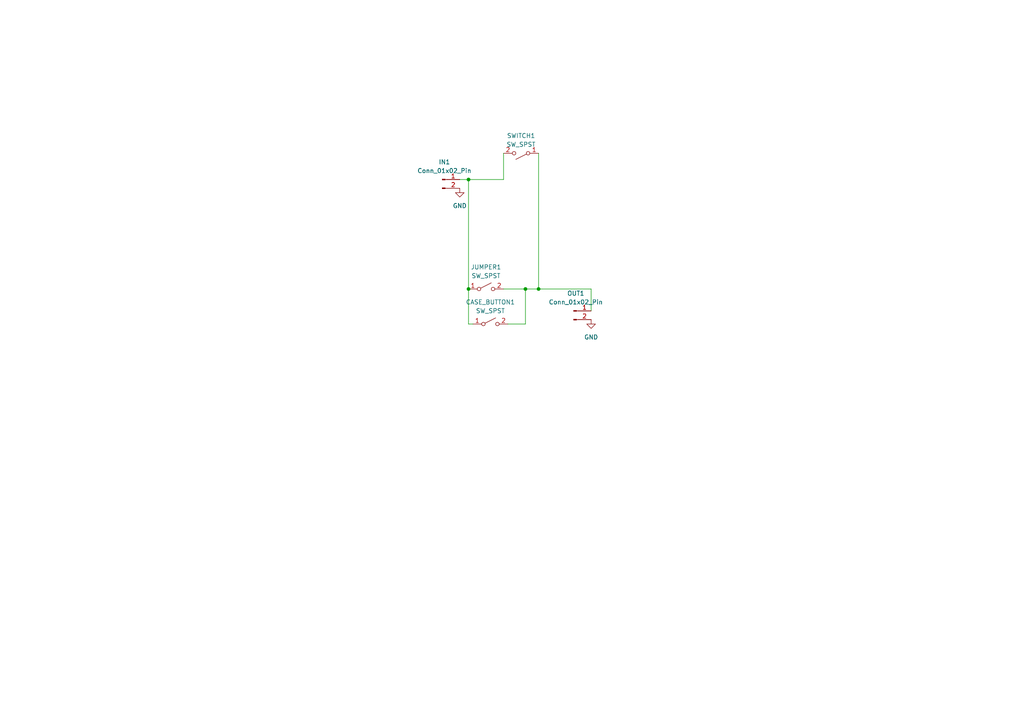
<source format=kicad_sch>
(kicad_sch (version 20231120) (generator "eeschema") (generator_version "8.0")
  (paper "A4")
  (lib_symbols
    (symbol "Connector:Conn_01x02_Pin" (pin_names (offset 1.016) hide)
      (property "Reference" "J" (at 0 2.54 0))
      (property "Value" "Conn_01x02_Pin" (at 0 -5.08 0))
      (symbol "Conn_01x02_Pin_1_1"
        (polyline (pts (xy 1.27 -2.54) (xy 0.8636 -2.54)) (stroke (width 0.1524)))
        (polyline (pts (xy 1.27 0) (xy 0.8636 0)) (stroke (width 0.1524)))
        (rectangle (start 0.8636 -2.413) (end 0 -2.667) (stroke (width 0.1524)) (fill (type outline)))
        (rectangle (start 0.8636 0.127) (end 0 -0.127) (stroke (width 0.1524)) (fill (type outline)))
        (pin passive line (at 5.08 0 180) (length 3.81) (name "Pin_1") (number "1"))
        (pin passive line (at 5.08 -2.54 180) (length 3.81) (name "Pin_2") (number "2"))
      )
    )
    (symbol "Switch:SW_SPST" (pin_names (offset 0) hide)
      (property "Reference" "SW" (at 0 3.175 0))
      (property "Value" "SW_SPST" (at 0 -2.54 0))
      (symbol "SW_SPST_0_0"
        (circle (center -2.032 0) (radius 0.508))
        (polyline (pts (xy -1.524 0.254) (xy 1.524 1.778)))
        (circle (center 2.032 0) (radius 0.508))
      )
      (symbol "SW_SPST_1_1"
        (pin passive line (at -5.08 0 0) (length 2.54) (name "A") (number "1"))
        (pin passive line (at 5.08 0 180) (length 2.54) (name "B") (number "2"))
      )
    )
    (symbol "power:GND" (power) (pin_numbers hide) (pin_names (offset 0) hide)
      (property "Value" "GND" (at 0 -3.81 0))
      (symbol "GND_0_1"
        (polyline (pts (xy 0 0) (xy 0 -1.27) (xy 1.27 -1.27) (xy 0 -2.54) (xy -1.27 -1.27) (xy 0 -1.27)))
      )
      (symbol "GND_1_1"
        (pin power_in line (at 0 0 270) (length 0) (name "~") (number "1"))
      )
    )
  )
  (junction (at 135.89 83.82))
  (junction (at 152.4 83.82))
  (junction (at 135.89 52.07))
  (junction (at 156.21 83.82))
  (wire (pts (xy 156.21 83.82) (xy 171.45 83.82)))
  (wire (pts (xy 147.32 93.98) (xy 152.4 93.98)))
  (wire (pts (xy 133.35 52.07) (xy 135.89 52.07)))
  (wire (pts (xy 156.21 83.82) (xy 152.4 83.82)))
  (wire (pts (xy 146.05 52.07) (xy 146.05 44.45)))
  (wire (pts (xy 135.89 52.07) (xy 135.89 83.82)))
  (wire (pts (xy 152.4 93.98) (xy 152.4 83.82)))
  (wire (pts (xy 135.89 83.82) (xy 135.89 93.98)))
  (wire (pts (xy 135.89 52.07) (xy 146.05 52.07)))
  (wire (pts (xy 156.21 44.45) (xy 156.21 83.82)))
  (wire (pts (xy 171.45 83.82) (xy 171.45 90.17)))
  (wire (pts (xy 152.4 83.82) (xy 146.05 83.82)))
  (wire (pts (xy 135.89 93.98) (xy 137.16 93.98)))
  (symbol (lib_id "Connector:Conn_01x02_Pin") (at 128.27 52.07 0) (unit 1)
    (property "Reference" "IN1" (at 128.905 46.99 0))
    (property "Value" "Conn_01x02_Pin" (at 128.905 49.53 0))
    (property "Footprint" "TerminalBlock_Phoenix:TerminalBlock_Phoenix_MKDS-1,5-2-5.08_1x02_P5.08mm_Horizontal" (effects (hide yes)))
    (property "Description" "Generic connector, single row, 01x02, script generated" (effects (hide yes)))
  )
  (symbol (lib_id "Switch:SW_SPST") (at 142.24 93.98 0) (unit 1)
    (property "Reference" "CASE_BUTTON1" (at 142.24 87.63 0))
    (property "Value" "SW_SPST" (at 142.24 90.17 0))
    (property "Footprint" "Connector_JST:JST_XH_B2B-XH-A_1x02_P2.50mm_Vertical" (effects (hide yes)))
    (property "Description" "Single Pole Single Throw (SPST) switch" (effects (hide yes)))
  )
  (symbol (lib_id "Switch:SW_SPST") (at 140.97 83.82 0) (unit 1)
    (property "Reference" "JUMPER1" (at 140.97 77.47 0))
    (property "Value" "SW_SPST" (at 140.97 80.01 0))
    (property "Footprint" "Connector_PinHeader_2.54mm:PinHeader_1x02_P2.54mm_Vertical" (effects (hide yes)))
    (property "Description" "Single Pole Single Throw (SPST) switch" (effects (hide yes)))
  )
  (symbol (lib_id "Switch:SW_SPST") (at 151.13 44.45 180) (unit 1)
    (property "Reference" "SWITCH1" (at 151.13 39.37 0))
    (property "Value" "SW_SPST" (at 151.13 41.91 0))
    (property "Footprint" "TerminalBlock_Phoenix:TerminalBlock_Phoenix_MKDS-1,5-2-5.08_1x02_P5.08mm_Horizontal" (effects (hide yes)))
    (property "Description" "Single Pole Single Throw (SPST) switch" (effects (hide yes)))
  )
  (symbol (lib_id "power:GND") (at 171.45 92.71 0) (unit 1)
    (property "Reference" "#PWR02" (effects (hide yes)))
    (property "Value" "GND" (at 171.45 97.79 0))
    (property "Description" "Power symbol creates a global label with name \"GND\" , ground" (effects (hide yes)))
  )
  (symbol (lib_id "Connector:Conn_01x02_Pin") (at 166.37 90.17 0) (unit 1)
    (property "Reference" "OUT1" (at 167.005 85.09 0))
    (property "Value" "Conn_01x02_Pin" (at 167.005 87.63 0))
    (property "Footprint" "Connector_JST:JST_XH_B2B-XH-A_1x02_P2.50mm_Vertical" (effects (hide yes)))
    (property "Description" "Generic connector, single row, 01x02, script generated" (effects (hide yes)))
  )
  (symbol (lib_id "power:GND") (at 133.35 54.61 0) (unit 1)
    (property "Reference" "#PWR01" (effects (hide yes)))
    (property "Value" "GND" (at 133.35 59.69 0))
    (property "Description" "Power symbol creates a global label with name \"GND\" , ground" (effects (hide yes)))
  )
)
</source>
